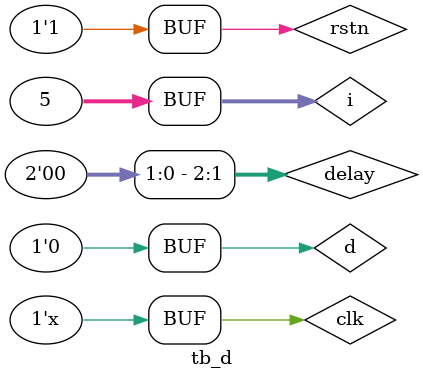
<source format=v>
module tb_d;
	reg clk;
	reg d;
	reg rstn;
	reg [2:0] delay;
	
    d_ff  d_ff0 ( .d(d),
                .rstn (rstn),
                .clk (clk),
                .q (q));

   integer i=0;
    // Generate clock
    initial clk=0;
    always #10 clk = ~clk;
                   
    // Testcase
    initial begin
    	clk <= 0;
    	d <= 0;
    	rstn <= 0;
    	
    	#15 d <= 1;
    	#10 rstn <= 1;
    	for (i = 0; i < 5; i=i+1) begin
    		delay = $random;
    		#(delay) d <= i;
    	end
    end
endmodule
</source>
